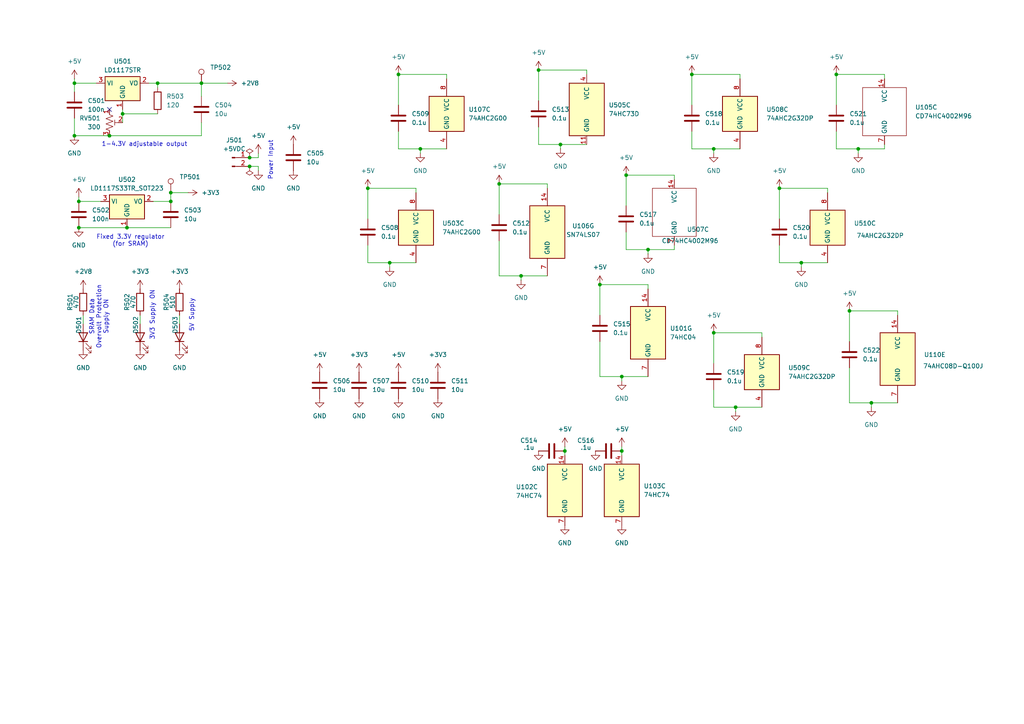
<source format=kicad_sch>
(kicad_sch (version 20250114) (generator "eeschema") (generator_version "9.0")
  (paper "A4")
  (title_block (title "65c02 Homebrew") (rev "Prelim") (company "Joseph R. Freeston") (comment 2 "https://github.com/snorklerjoe/useful6502") (comment 4 "A 65c02-based computer with peripheral i/o offloaded to a PIC16 microcontroller."))
  (lib_symbols
    (symbol "74xGxx:74AHC2G00"
      (property "Reference" "U" (at -2.54 3.81 0))
      (property "Value" "74AHC2G00" (at 0 -3.81 0))
      (symbol "74AHC2G00_1_1"
        (pin input line (at -15.24 2.54 0) (length 7.62) (name "~") (number "1"))
        (pin input line (at -15.24 -2.54 0) (length 7.62) (name "~") (number "2"))
        (pin output inverted (at 12.7 0 180) (length 7.62) (name "~") (number "7"))
      )
      (symbol "74AHC2G00_2_1"
        (pin input line (at -15.24 2.54 0) (length 7.62) (name "~") (number "5"))
        (pin input line (at -15.24 -2.54 0) (length 7.62) (name "~") (number "6"))
        (pin output inverted (at 12.7 0 180) (length 7.62) (name "~") (number "3"))
      )
      (symbol "74AHC2G00_3_1"
        (pin power_in line (at 0 10.16 270) (length 5.08) (name "VCC") (number "8"))
        (pin power_in line (at 0 -10.16 90) (length 5.08) (name "GND") (number "4"))
      )
    )
    (symbol "74xGxx:74LVC2G32"
      (property "Reference" "U" (at -7.62 7.62 0))
      (property "Value" "74LVC2G32" (at -7.62 -7.62 0))
      (symbol "74LVC2G32_1_1"
        (pin input line (at -15.24 2.54 0) (length 7.62) (name "~") (number "1"))
        (pin input line (at -15.24 -2.54 0) (length 7.62) (name "~") (number "2"))
        (pin output line (at 12.7 0 180) (length 7.62) (name "~") (number "7"))
      )
      (symbol "74LVC2G32_2_1"
        (pin input line (at -15.24 2.54 0) (length 7.62) (name "~") (number "5"))
        (pin input line (at -15.24 -2.54 0) (length 7.62) (name "~") (number "6"))
        (pin output line (at 12.7 0 180) (length 7.62) (name "~") (number "3"))
      )
      (symbol "74LVC2G32_3_1"
        (pin power_in line (at 0 10.16 270) (length 5.08) (name "VCC") (number "8"))
        (pin power_in line (at 0 -10.16 90) (length 5.08) (name "GND") (number "4"))
      )
    )
    (symbol "74xx:74HC04"
      (property "Reference" "U" (at 0 1.27 0))
      (property "Value" "74HC04" (at 0 -1.27 0))
      (symbol "74HC04_1_0"
        (pin input line (at -7.62 0 0) (length 3.81) (name "~") (number "1"))
        (pin output inverted (at 7.62 0 180) (length 3.81) (name "~") (number "2"))
      )
      (symbol "74HC04_2_0"
        (pin input line (at -7.62 0 0) (length 3.81) (name "~") (number "3"))
        (pin output inverted (at 7.62 0 180) (length 3.81) (name "~") (number "4"))
      )
      (symbol "74HC04_3_0"
        (pin input line (at -7.62 0 0) (length 3.81) (name "~") (number "5"))
        (pin output inverted (at 7.62 0 180) (length 3.81) (name "~") (number "6"))
      )
      (symbol "74HC04_4_0"
        (pin input line (at -7.62 0 0) (length 3.81) (name "~") (number "9"))
        (pin output inverted (at 7.62 0 180) (length 3.81) (name "~") (number "8"))
      )
      (symbol "74HC04_5_0"
        (pin input line (at -7.62 0 0) (length 3.81) (name "~") (number "11"))
        (pin output inverted (at 7.62 0 180) (length 3.81) (name "~") (number "10"))
      )
      (symbol "74HC04_6_0"
        (pin input line (at -7.62 0 0) (length 3.81) (name "~") (number "13"))
        (pin output inverted (at 7.62 0 180) (length 3.81) (name "~") (number "12"))
      )
      (symbol "74HC04_7_0"
        (pin power_in line (at 0 12.7 270) (length 5.08) (name "VCC") (number "14"))
        (pin power_in line (at 0 -12.7 90) (length 5.08) (name "GND") (number "7"))
      )
    )
    (symbol "74xx:74HC74" (pin_names (offset 1.016))
      (property "Reference" "U" (at -7.62 8.89 0))
      (property "Value" "74HC74" (at -7.62 -8.89 0))
      (symbol "74HC74_1_0"
        (pin input line (at -7.62 2.54 0) (length 2.54) (name "D") (number "2"))
        (pin input clock (at -7.62 0 0) (length 2.54) (name "C") (number "3"))
        (pin input line (at 0 7.62 270) (length 2.54) (name "~{S}") (number "4"))
        (pin input line (at 0 -7.62 90) (length 2.54) (name "~{R}") (number "1"))
        (pin output line (at 7.62 2.54 180) (length 2.54) (name "Q") (number "5"))
        (pin output line (at 7.62 -2.54 180) (length 2.54) (name "~{Q}") (number "6"))
      )
      (symbol "74HC74_2_0"
        (pin input line (at -7.62 2.54 0) (length 2.54) (name "D") (number "12"))
        (pin input clock (at -7.62 0 0) (length 2.54) (name "C") (number "11"))
        (pin input line (at 0 7.62 270) (length 2.54) (name "~{S}") (number "10"))
        (pin input line (at 0 -7.62 90) (length 2.54) (name "~{R}") (number "13"))
        (pin output line (at 7.62 2.54 180) (length 2.54) (name "Q") (number "9"))
        (pin output line (at 7.62 -2.54 180) (length 2.54) (name "~{Q}") (number "8"))
      )
      (symbol "74HC74_3_0"
        (pin power_in line (at 0 10.16 270) (length 2.54) (name "VCC") (number "14"))
        (pin power_in line (at 0 -10.16 90) (length 2.54) (name "GND") (number "7"))
      )
    )
    (symbol "74xx:74LS08" (pin_names (offset 1.016))
      (property "Reference" "U" (at 0 1.27 0))
      (property "Value" "74LS08" (at 0 -1.27 0))
      (symbol "74LS08_1_1"
        (pin input line (at -7.62 2.54 0) (length 3.81) (name "~") (number "1"))
        (pin input line (at -7.62 -2.54 0) (length 3.81) (name "~") (number "2"))
        (pin output line (at 7.62 0 180) (length 3.81) (name "~") (number "3"))
      )
      (symbol "74LS08_1_2"
        (pin input inverted (at -7.62 2.54 0) (length 4.318) (name "~") (number "1"))
        (pin input inverted (at -7.62 -2.54 0) (length 4.318) (name "~") (number "2"))
        (pin output inverted (at 7.62 0 180) (length 3.81) (name "~") (number "3"))
      )
      (symbol "74LS08_2_1"
        (pin input line (at -7.62 2.54 0) (length 3.81) (name "~") (number "4"))
        (pin input line (at -7.62 -2.54 0) (length 3.81) (name "~") (number "5"))
        (pin output line (at 7.62 0 180) (length 3.81) (name "~") (number "6"))
      )
      (symbol "74LS08_2_2"
        (pin input inverted (at -7.62 2.54 0) (length 4.318) (name "~") (number "4"))
        (pin input inverted (at -7.62 -2.54 0) (length 4.318) (name "~") (number "5"))
        (pin output inverted (at 7.62 0 180) (length 3.81) (name "~") (number "6"))
      )
      (symbol "74LS08_3_1"
        (pin input line (at -7.62 2.54 0) (length 3.81) (name "~") (number "9"))
        (pin input line (at -7.62 -2.54 0) (length 3.81) (name "~") (number "10"))
        (pin output line (at 7.62 0 180) (length 3.81) (name "~") (number "8"))
      )
      (symbol "74LS08_3_2"
        (pin input inverted (at -7.62 2.54 0) (length 4.318) (name "~") (number "9"))
        (pin input inverted (at -7.62 -2.54 0) (length 4.318) (name "~") (number "10"))
        (pin output inverted (at 7.62 0 180) (length 3.81) (name "~") (number "8"))
      )
      (symbol "74LS08_4_1"
        (pin input line (at -7.62 2.54 0) (length 3.81) (name "~") (number "12"))
        (pin input line (at -7.62 -2.54 0) (length 3.81) (name "~") (number "13"))
        (pin output line (at 7.62 0 180) (length 3.81) (name "~") (number "11"))
      )
      (symbol "74LS08_4_2"
        (pin input inverted (at -7.62 2.54 0) (length 4.318) (name "~") (number "12"))
        (pin input inverted (at -7.62 -2.54 0) (length 4.318) (name "~") (number "13"))
        (pin output inverted (at 7.62 0 180) (length 3.81) (name "~") (number "11"))
      )
      (symbol "74LS08_5_0"
        (pin power_in line (at 0 12.7 270) (length 5.08) (name "VCC") (number "14"))
        (pin power_in line (at 0 -12.7 90) (length 5.08) (name "GND") (number "7"))
      )
    )
    (symbol "74xx:74LS73" (pin_names (offset 1.016))
      (property "Reference" "U" (at -7.62 8.89 0))
      (property "Value" "74LS73" (at -7.62 -8.89 0))
      (symbol "74LS73_1_0"
        (pin input line (at -7.62 2.54 0) (length 2.54) (name "J") (number "7"))
        (pin input clock (at -7.62 0 0) (length 2.54) (name "C") (number "5"))
        (pin input line (at -7.62 -2.54 0) (length 2.54) (name "K") (number "10"))
        (pin input line (at 0 -7.62 90) (length 2.54) (name "~{R}") (number "6"))
        (pin output line (at 7.62 2.54 180) (length 2.54) (name "Q") (number "9"))
        (pin output line (at 7.62 -2.54 180) (length 2.54) (name "~{Q}") (number "8"))
      )
      (symbol "74LS73_2_0"
        (pin input line (at -7.62 2.54 0) (length 2.54) (name "J") (number "14"))
        (pin input clock (at -7.62 0 0) (length 2.54) (name "C") (number "1"))
        (pin input line (at -7.62 -2.54 0) (length 2.54) (name "K") (number "3"))
        (pin input line (at 0 -7.62 90) (length 2.54) (name "~{R}") (number "2"))
        (pin output line (at 7.62 2.54 180) (length 2.54) (name "Q") (number "12"))
        (pin output line (at 7.62 -2.54 180) (length 2.54) (name "~{Q}") (number "13"))
      )
      (symbol "74LS73_3_0"
        (pin power_in line (at 0 10.16 270) (length 2.54) (name "VCC") (number "4"))
        (pin power_in line (at 0 -10.16 90) (length 2.54) (name "GND") (number "11"))
      )
    )
    (symbol "74xx:SN74LS07" (pin_names (offset 1.016))
      (property "Reference" "U104" (at 0 7.62 0))
      (property "Value" "SN74LS07" (at 0 5.08 0))
      (symbol "SN74LS07_1_0"
        (pin input line (at -7.62 0 0) (length 3.81) (name "~") (number "1"))
        (pin open_collector line (at 7.62 0 180) (length 3.81) (name "~") (number "2"))
      )
      (symbol "SN74LS07_2_0"
        (pin input line (at -7.62 0 0) (length 3.81) (name "~") (number "3"))
        (pin open_collector line (at 7.62 0 180) (length 3.81) (name "~") (number "4"))
      )
      (symbol "SN74LS07_3_0"
        (pin input line (at -7.62 0 0) (length 3.81) (name "~") (number "5"))
        (pin open_collector line (at 7.62 0 180) (length 3.81) (name "~") (number "6"))
      )
      (symbol "SN74LS07_4_0"
        (pin input line (at -7.62 0 0) (length 3.81) (name "~") (number "9"))
        (pin open_collector line (at 7.62 0 180) (length 3.81) (name "~") (number "8"))
      )
      (symbol "SN74LS07_5_0"
        (pin input line (at -7.62 0 0) (length 3.81) (name "~") (number "11"))
        (pin open_collector line (at 7.62 0 180) (length 3.81) (name "~") (number "10"))
      )
      (symbol "SN74LS07_6_0"
        (pin input line (at -7.62 0 0) (length 3.81) (name "~") (number "13"))
        (pin open_collector line (at 7.62 0 180) (length 3.81) (name "~") (number "12"))
      )
      (symbol "SN74LS07_7_0"
        (pin power_in line (at 0 12.7 270) (length 5.08) (name "VCC") (number "14"))
        (pin power_in line (at 0 -12.7 90) (length 5.08) (name "GND") (number "7"))
      )
    )
    (symbol "Connector:Conn_01x02_Pin" (pin_names (offset 1.016) (hide yes))
      (property "Reference" "J" (at 0 2.54 0))
      (property "Value" "Conn_01x02_Pin" (at 0 -5.08 0))
      (symbol "Conn_01x02_Pin_1_1"
        (pin passive line (at 5.08 0 180) (length 3.81) (name "Pin_1") (number "1"))
        (pin passive line (at 5.08 -2.54 180) (length 3.81) (name "Pin_2") (number "2"))
      )
    )
    (symbol "Connector:TestPoint" (pin_numbers (hide yes)) (pin_names (offset 0.762) (hide yes))
      (property "Reference" "TP" (at 0 6.858 0))
      (property "Value" "TestPoint" (at 0 5.08 0))
      (symbol "TestPoint_1_1"
        (pin passive line (at 0 0 90) (length 2.54) (name "1") (number "1"))
      )
    )
    (symbol "Device:C" (pin_numbers (hide yes)) (pin_names (offset 0.254))
      (property "Reference" "C" (at 0.635 2.54 0))
      (property "Value" "C" (at 0.635 -2.54 0))
      (symbol "C_1_1"
        (pin passive line (at 0 3.81 270) (length 2.794) (name "~") (number "1"))
        (pin passive line (at 0 -3.81 90) (length 2.794) (name "~") (number "2"))
      )
    )
    (symbol "Device:LED" (pin_numbers (hide yes)) (pin_names (offset 1.016) (hide yes))
      (property "Reference" "D" (at 0 2.54 0))
      (property "Value" "LED" (at 0 -2.54 0))
      (symbol "LED_1_1"
        (pin passive line (at -3.81 0 0) (length 2.54) (name "K") (number "1"))
        (pin passive line (at 3.81 0 180) (length 2.54) (name "A") (number "2"))
      )
    )
    (symbol "Device:R" (pin_numbers (hide yes)) (pin_names (offset 0))
      (property "Reference" "R" (at 2.032 0 90))
      (property "Value" "R" (at 0 0 90))
      (symbol "R_1_1"
        (pin passive line (at 0 3.81 270) (length 1.27) (name "~") (number "1"))
        (pin passive line (at 0 -3.81 90) (length 1.27) (name "~") (number "2"))
      )
    )
    (symbol "Device:R_Potentiometer_Trim_US" (pin_names (offset 1.016) (hide yes))
      (property "Reference" "RV" (at -4.445 0 90))
      (property "Value" "R_Potentiometer_Trim_US" (at -2.54 0 90))
      (symbol "R_Potentiometer_Trim_US_1_1"
        (pin passive line (at 0 3.81 270) (length 1.27) (name "1") (number "1"))
        (pin passive line (at 0 -3.81 90) (length 1.27) (name "3") (number "3"))
        (pin passive line (at 3.81 0 180) (length 1.27) (name "2") (number "2"))
      )
    )
    (symbol "Regulator_Linear:LD1117S33TR_SOT223"
      (property "Reference" "U" (at -3.81 3.175 0))
      (property "Value" "LD1117S33TR_SOT223" (at 0 3.175 0))
      (symbol "LD1117S33TR_SOT223_1_1"
        (pin power_in line (at -7.62 0 0) (length 2.54) (name "VI") (number "3"))
        (pin power_in line (at 0 -7.62 90) (length 2.54) (name "GND") (number "1"))
        (pin power_out line (at 7.62 0 180) (length 2.54) (name "VO") (number "2"))
      )
    )
    (symbol "custom:_1"
      (property "Reference" "U" (at 7.62 7.62 0))
      (property "Value" "CD74HC4002M96" (at 14.986 9.906 0))
      (symbol "_1_1_1"
        (pin input line (at -6.35 3.81 0) (length 2.54) (name "") (number "2"))
        (pin input line (at -6.35 1.27 0) (length 2.54) (name "") (number "3"))
        (pin input line (at -6.35 -1.27 0) (length 2.54) (name "") (number "4"))
        (pin input line (at -6.35 -3.81 0) (length 2.54) (name "") (number "5"))
        (pin output line (at 13.97 0 180) (length 2.54) (name "") (number "1"))
      )
      (symbol "_1_2_1"
        (pin input line (at -8.89 3.81 0) (length 2.54) (name "") (number "9"))
        (pin input line (at -8.89 1.27 0) (length 2.54) (name "") (number "10"))
        (pin input line (at -8.89 -1.27 0) (length 2.54) (name "") (number "11"))
        (pin input line (at -8.89 -3.81 0) (length 2.54) (name "") (number "12"))
        (pin output line (at 11.43 0 180) (length 2.54) (name "") (number "13"))
      )
      (symbol "_1_3_1"
        (pin power_in line (at 0 8.89 270) (length 2.54) (name "VCC") (number "14"))
        (pin power_in line (at 0 -10.16 90) (length 2.54) (name "GND") (number "7"))
      )
    )
    (symbol "power:+2V8" (power) (pin_numbers (hide yes)) (pin_names (offset 0) (hide yes))
      (property "Value" "+2V8" (at 0 3.556 0))
      (symbol "+2V8_1_1"
        (pin power_in line (at 0 0 90) (length 0) (name "~") (number "1"))
      )
    )
    (symbol "power:+3V3" (power) (pin_numbers (hide yes)) (pin_names (offset 0) (hide yes))
      (property "Value" "+3V3" (at 0 3.556 0))
      (symbol "+3V3_1_1"
        (pin power_in line (at 0 0 90) (length 0) (name "~") (number "1"))
      )
    )
    (symbol "power:+5V" (power) (pin_numbers (hide yes)) (pin_names (offset 0) (hide yes))
      (property "Value" "+5V" (at 0 3.556 0))
      (symbol "+5V_1_1"
        (pin power_in line (at 0 0 90) (length 0) (name "~") (number "1"))
      )
    )
    (symbol "power:GND" (power) (pin_numbers (hide yes)) (pin_names (offset 0) (hide yes))
      (property "Value" "GND" (at 0 -3.81 0))
      (symbol "GND_1_1"
        (pin power_in line (at 0 0 270) (length 0) (name "~") (number "1"))
      )
    )
    (symbol "power:PWR_FLAG" (power) (pin_numbers (hide yes)) (pin_names (offset 0) (hide yes))
      (property "Value" "PWR_FLAG" (at 0 3.81 0))
      (symbol "PWR_FLAG_0_0"
        (pin power_out line (at 0 0 90) (length 0) (name "~") (number "1"))
      )
    )
  )
  (text "Fixed 3.3V regulator\n(for SRAM)" (at 37.846 69.85 0) (effects (font (size 1.27 1.27))))
  (text "1-4.3V adjustable output" (at 41.91 41.91 0) (effects (font (size 1.27 1.27))))
  (text "SRAM Data\nOvervolt Protection\nSupply ON" (at 28.702 91.948 90) (effects (font (size 1.27 1.27))))
  (text "Power Input" (at 78.486 46.482 90) (effects (font (size 1.27 1.27))))
  (text "5V Supply" (at 55.626 91.44 90) (effects (font (size 1.27 1.27))))
  (text "3V3 Supply ON" (at 44.196 91.44 90) (effects (font (size 1.27 1.27))))
  (junction (at 115.57 21.59))
  (junction (at 246.38 90.17))
  (junction (at 35.56 33.02))
  (junction (at 173.99 82.55))
  (junction (at 226.06 54.61))
  (junction (at 200.66 21.59))
  (junction (at 207.01 96.52))
  (junction (at 248.92 43.18))
  (junction (at 180.34 109.22))
  (junction (at 72.39 48.26))
  (junction (at 151.13 80.01))
  (junction (at 45.72 24.13))
  (junction (at 180.34 130.81))
  (junction (at 163.83 130.81))
  (junction (at 106.68 54.61))
  (junction (at 162.56 41.91))
  (junction (at 58.42 24.13))
  (junction (at 113.03 76.2))
  (junction (at 21.59 39.37))
  (junction (at 156.21 20.32))
  (junction (at 252.73 116.84))
  (junction (at 22.86 58.42))
  (junction (at 121.92 43.18))
  (junction (at 242.57 21.59))
  (junction (at 207.01 43.18))
  (junction (at 187.96 72.39))
  (junction (at 31.75 39.37))
  (junction (at 181.61 50.8))
  (junction (at 232.41 76.2))
  (junction (at 49.53 58.42))
  (junction (at 213.36 118.11))
  (junction (at 144.78 53.34))
  (junction (at 22.86 66.04))
  (junction (at 49.53 55.88))
  (junction (at 72.39 45.72))
  (junction (at 21.59 24.13))
  (junction (at 36.83 66.04))
  (no_connect (at 31.75 31.75))
  (wire (pts (xy 72.39 45.72) (xy 74.93 45.72)))
  (wire (pts (xy 260.35 91.44) (xy 260.35 90.17)))
  (wire (pts (xy 220.98 118.11) (xy 213.36 118.11)))
  (wire (pts (xy 180.34 130.81) (xy 180.34 132.08)))
  (wire (pts (xy 260.35 116.84) (xy 252.73 116.84)))
  (wire (pts (xy 181.61 50.8) (xy 181.61 59.69)))
  (wire (pts (xy 226.06 71.12) (xy 226.06 76.2)))
  (wire (pts (xy 129.54 22.86) (xy 129.54 21.59)))
  (wire (pts (xy 232.41 77.47) (xy 232.41 76.2)))
  (wire (pts (xy 200.66 21.59) (xy 214.63 21.59)))
  (wire (pts (xy 113.03 76.2) (xy 106.68 76.2)))
  (wire (pts (xy 156.21 36.83) (xy 156.21 41.91)))
  (wire (pts (xy 170.18 21.59) (xy 170.18 20.32)))
  (wire (pts (xy 58.42 27.94) (xy 58.42 24.13)))
  (wire (pts (xy 43.18 24.13) (xy 45.72 24.13)))
  (wire (pts (xy 207.01 113.03) (xy 207.01 118.11)))
  (wire (pts (xy 158.75 54.61) (xy 158.75 53.34)))
  (wire (pts (xy 170.18 41.91) (xy 162.56 41.91)))
  (wire (pts (xy 113.03 77.47) (xy 113.03 76.2)))
  (wire (pts (xy 36.83 66.04) (xy 49.53 66.04)))
  (wire (pts (xy 45.72 24.13) (xy 58.42 24.13)))
  (wire (pts (xy 195.58 72.39) (xy 187.96 72.39)))
  (wire (pts (xy 162.56 43.18) (xy 162.56 41.91)))
  (wire (pts (xy 187.96 109.22) (xy 180.34 109.22)))
  (wire (pts (xy 144.78 69.85) (xy 144.78 80.01)))
  (wire (pts (xy 144.78 53.34) (xy 158.75 53.34)))
  (wire (pts (xy 213.36 119.38) (xy 213.36 118.11)))
  (wire (pts (xy 151.13 80.01) (xy 144.78 80.01)))
  (wire (pts (xy 40.64 91.44) (xy 40.64 93.98)))
  (wire (pts (xy 252.73 116.84) (xy 246.38 116.84)))
  (wire (pts (xy 252.73 118.11) (xy 252.73 116.84)))
  (wire (pts (xy 214.63 43.18) (xy 207.01 43.18)))
  (wire (pts (xy 180.34 110.49) (xy 180.34 109.22)))
  (wire (pts (xy 226.06 54.61) (xy 226.06 63.5)))
  (wire (pts (xy 240.03 76.2) (xy 232.41 76.2)))
  (wire (pts (xy 163.83 129.54) (xy 163.83 130.81)))
  (wire (pts (xy 22.86 57.15) (xy 22.86 58.42)))
  (wire (pts (xy 120.65 55.88) (xy 120.65 54.61)))
  (wire (pts (xy 49.53 55.88) (xy 54.61 55.88)))
  (wire (pts (xy 74.93 49.53) (xy 74.93 48.26)))
  (wire (pts (xy 115.57 38.1) (xy 115.57 43.18)))
  (wire (pts (xy 181.61 50.8) (xy 195.58 50.8)))
  (wire (pts (xy 232.41 76.2) (xy 226.06 76.2)))
  (wire (pts (xy 242.57 38.1) (xy 242.57 43.18)))
  (wire (pts (xy 21.59 39.37) (xy 21.59 34.29)))
  (wire (pts (xy 35.56 33.02) (xy 45.72 33.02)))
  (wire (pts (xy 173.99 99.06) (xy 173.99 109.22)))
  (wire (pts (xy 106.68 54.61) (xy 120.65 54.61)))
  (wire (pts (xy 35.56 33.02) (xy 35.56 35.56)))
  (wire (pts (xy 21.59 24.13) (xy 21.59 26.67)))
  (wire (pts (xy 44.45 58.42) (xy 49.53 58.42)))
  (wire (pts (xy 21.59 22.86) (xy 21.59 24.13)))
  (wire (pts (xy 195.58 52.07) (xy 195.58 50.8)))
  (wire (pts (xy 74.93 45.72) (xy 74.93 44.45)))
  (wire (pts (xy 213.36 118.11) (xy 207.01 118.11)))
  (wire (pts (xy 58.42 39.37) (xy 58.42 35.56)))
  (wire (pts (xy 200.66 21.59) (xy 200.66 30.48)))
  (wire (pts (xy 21.59 24.13) (xy 27.94 24.13)))
  (wire (pts (xy 31.75 39.37) (xy 58.42 39.37)))
  (wire (pts (xy 248.92 44.45) (xy 248.92 43.18)))
  (wire (pts (xy 207.01 44.45) (xy 207.01 43.18)))
  (wire (pts (xy 207.01 96.52) (xy 207.01 105.41)))
  (wire (pts (xy 162.56 41.91) (xy 156.21 41.91)))
  (wire (pts (xy 187.96 83.82) (xy 187.96 82.55)))
  (wire (pts (xy 120.65 76.2) (xy 113.03 76.2)))
  (wire (pts (xy 242.57 21.59) (xy 256.54 21.59)))
  (wire (pts (xy 181.61 67.31) (xy 181.61 72.39)))
  (wire (pts (xy 121.92 44.45) (xy 121.92 43.18)))
  (wire (pts (xy 22.86 66.04) (xy 36.83 66.04)))
  (wire (pts (xy 144.78 53.34) (xy 144.78 62.23)))
  (wire (pts (xy 115.57 21.59) (xy 129.54 21.59)))
  (wire (pts (xy 22.86 58.42) (xy 29.21 58.42)))
  (wire (pts (xy 180.34 109.22) (xy 173.99 109.22)))
  (wire (pts (xy 49.53 55.88) (xy 49.53 58.42)))
  (wire (pts (xy 74.93 48.26) (xy 72.39 48.26)))
  (wire (pts (xy 226.06 54.61) (xy 240.03 54.61)))
  (wire (pts (xy 256.54 43.18) (xy 248.92 43.18)))
  (wire (pts (xy 240.03 55.88) (xy 240.03 54.61)))
  (wire (pts (xy 106.68 54.61) (xy 106.68 63.5)))
  (wire (pts (xy 248.92 43.18) (xy 242.57 43.18)))
  (wire (pts (xy 45.72 25.4) (xy 45.72 24.13)))
  (wire (pts (xy 106.68 71.12) (xy 106.68 76.2)))
  (wire (pts (xy 246.38 106.68) (xy 246.38 116.84)))
  (wire (pts (xy 256.54 22.86) (xy 256.54 21.59)))
  (wire (pts (xy 214.63 22.86) (xy 214.63 21.59)))
  (wire (pts (xy 173.99 82.55) (xy 187.96 82.55)))
  (wire (pts (xy 158.75 80.01) (xy 151.13 80.01)))
  (wire (pts (xy 187.96 73.66) (xy 187.96 72.39)))
  (wire (pts (xy 52.07 91.44) (xy 52.07 93.98)))
  (wire (pts (xy 58.42 24.13) (xy 66.04 24.13)))
  (wire (pts (xy 151.13 81.28) (xy 151.13 80.01)))
  (wire (pts (xy 156.21 20.32) (xy 170.18 20.32)))
  (wire (pts (xy 115.57 21.59) (xy 115.57 30.48)))
  (wire (pts (xy 242.57 21.59) (xy 242.57 30.48)))
  (wire (pts (xy 180.34 129.54) (xy 180.34 130.81)))
  (wire (pts (xy 35.56 31.75) (xy 35.56 33.02)))
  (wire (pts (xy 121.92 43.18) (xy 115.57 43.18)))
  (wire (pts (xy 200.66 38.1) (xy 200.66 43.18)))
  (wire (pts (xy 207.01 96.52) (xy 220.98 96.52)))
  (wire (pts (xy 21.59 39.37) (xy 31.75 39.37)))
  (wire (pts (xy 156.21 20.32) (xy 156.21 29.21)))
  (wire (pts (xy 220.98 97.79) (xy 220.98 96.52)))
  (wire (pts (xy 129.54 43.18) (xy 121.92 43.18)))
  (wire (pts (xy 163.83 130.81) (xy 163.83 132.08)))
  (wire (pts (xy 187.96 72.39) (xy 181.61 72.39)))
  (wire (pts (xy 24.13 91.44) (xy 24.13 93.98)))
  (wire (pts (xy 207.01 43.18) (xy 200.66 43.18)))
  (wire (pts (xy 246.38 90.17) (xy 246.38 99.06)))
  (wire (pts (xy 256.54 41.91) (xy 256.54 43.18)))
  (wire (pts (xy 173.99 82.55) (xy 173.99 91.44)))
  (wire (pts (xy 246.38 90.17) (xy 260.35 90.17)))
  (wire (pts (xy 195.58 71.12) (xy 195.58 72.39)))
  (symbol (lib_id "power:+5V") (at 74.93 44.45 0) (unit 1)
    (property "Reference" "#PWR0513" (effects (hide yes)))
    (property "Value" "+5V" (at 74.93 39.37 0))
    (property "Description" "Power symbol creates a global label with name \"+5V\"" (effects (hide yes)))
  )
  (symbol (lib_id "Device:C") (at 181.61 63.5 0) (unit 1)
    (property "Reference" "C517" (at 185.42 62.2299 0) (effects (justify left)))
    (property "Value" "0.1u" (at 185.42 64.7699 0) (effects (justify left)))
    (property "Footprint" "Capacitor_SMD:C_0402_1005Metric" (effects (hide yes)))
    (property "Description" "Unpolarized capacitor" (effects (hide yes)))
  )
  (symbol (lib_id "power:GND") (at 22.86 66.04 0) (unit 1)
    (property "Reference" "#PWR0504" (effects (hide yes)))
    (property "Value" "GND" (at 22.86 71.12 0))
    (property "Description" "Power symbol creates a global label with name \"GND\" , ground" (effects (hide yes)))
  )
  (symbol (lib_id "Device:C") (at 115.57 34.29 0) (unit 1)
    (property "Reference" "C509" (at 119.38 33.0199 0) (effects (justify left)))
    (property "Value" "0.1u" (at 119.38 35.5599 0) (effects (justify left)))
    (property "Footprint" "Capacitor_SMD:C_0402_1005Metric" (effects (hide yes)))
    (property "Description" "Unpolarized capacitor" (effects (hide yes)))
  )
  (symbol (lib_id "power:GND") (at 24.13 101.6 0) (unit 1)
    (property "Reference" "#PWR0506" (effects (hide yes)))
    (property "Value" "GND" (at 24.13 106.68 0))
    (property "Description" "Power symbol creates a global label with name \"GND\" , ground" (effects (hide yes)))
  )
  (symbol (lib_id "power:GND") (at 162.56 43.18 0) (unit 1)
    (property "Reference" "#PWR0533" (effects (hide yes)))
    (property "Value" "GND" (at 162.56 48.26 0))
    (property "Description" "Power symbol creates a global label with name \"GND\" , ground" (effects (hide yes)))
  )
  (symbol (lib_id "power:+3V3") (at 52.07 83.82 0) (unit 1)
    (property "Reference" "#PWR0509" (effects (hide yes)))
    (property "Value" "+3V3" (at 52.07 78.74 0))
    (property "Description" "Power symbol creates a global label with name \"+3V3\"" (effects (hide yes)))
  )
  (symbol (lib_id "Device:R") (at 45.72 29.21 0) (unit 1)
    (property "Reference" "R503" (at 48.26 27.9399 0) (effects (justify left)))
    (property "Value" "120" (at 48.26 30.4799 0) (effects (justify left)))
    (property "Footprint" "Resistor_SMD:R_0402_1005Metric" (effects (hide yes)))
    (property "Description" "Resistor" (effects (hide yes)))
  )
  (symbol (lib_id "74xx:74LS08") (at 260.35 104.14 0) (unit 5)
    (property "Reference" "U110" (at 267.97 102.8699 0) (effects (justify left)))
    (property "Value" "74AHC08D-Q100J" (at 267.716 106.172 0) (effects (justify left)))
    (property "Footprint" "Package_SO:SOIC-14_3.9x8.7mm_P1.27mm" (effects (hide yes)))
    (property "Datasheet" "https://assets.nexperia.com/documents/data-sheet/74AHC_AHCT08_Q100.pdf" (effects (hide yes)))
    (property "Description" "Quad And2" (effects (hide yes)))
    (property "t_pd (ns)" "5.9" (effects (hide yes)))
  )
  (symbol (lib_id "power:GND") (at 92.71 115.57 0) (unit 1)
    (property "Reference" "#PWR0518" (effects (hide yes)))
    (property "Value" "GND" (at 92.71 120.65 0))
    (property "Description" "Power symbol creates a global label with name \"GND\" , ground" (effects (hide yes)))
  )
  (symbol (lib_id "74xx:74HC74") (at 163.83 142.24 0) (unit 3)
    (property "Reference" "U102" (at 149.606 141.224 0) (effects (justify left)))
    (property "Value" "74HC74" (at 149.606 143.764 0) (effects (justify left)))
    (property "Footprint" "Package_SO:SOIC-14_3.9x8.7mm_P1.27mm" (effects (hide yes)))
    (property "Datasheet" "74xx/74hc_hct74.pdf" (effects (hide yes)))
    (property "Description" "Dual D Flip-flop, Set & Reset" (effects (hide yes)))
  )
  (symbol (lib_id "Device:C") (at 58.42 31.75 0) (unit 1)
    (property "Reference" "C504" (at 62.23 30.4799 0) (effects (justify left)))
    (property "Value" "10u" (at 62.23 33.0199 0) (effects (justify left)))
    (property "Footprint" "Capacitor_SMD:C_0402_1005Metric" (effects (hide yes)))
    (property "Description" "Unpolarized capacitor" (effects (hide yes)))
  )
  (symbol (lib_id "power:GND") (at 213.36 119.38 0) (unit 1)
    (property "Reference" "#PWR0546" (effects (hide yes)))
    (property "Value" "GND" (at 213.36 124.46 0))
    (property "Description" "Power symbol creates a global label with name \"GND\" , ground" (effects (hide yes)))
  )
  (symbol (lib_id "Device:C") (at 92.71 111.76 0) (unit 1)
    (property "Reference" "C506" (at 96.52 110.4899 0) (effects (justify left)))
    (property "Value" "10u" (at 96.52 113.0299 0) (effects (justify left)))
    (property "Footprint" "Capacitor_SMD:C_0402_1005Metric" (effects (hide yes)))
    (property "Description" "Unpolarized capacitor" (effects (hide yes)))
  )
  (symbol (lib_id "power:+5V") (at 115.57 107.95 0) (unit 1)
    (property "Reference" "#PWR0524" (effects (hide yes)))
    (property "Value" "+5V" (at 115.57 102.87 0))
    (property "Description" "Power symbol creates a global label with name \"+5V\"" (effects (hide yes)))
  )
  (symbol (lib_id "power:+3V3") (at 54.61 55.88 270) (unit 1)
    (property "Reference" "#PWR0511" (effects (hide yes)))
    (property "Value" "+3V3" (at 58.42 55.8799 90) (effects (justify left)))
    (property "Description" "Power symbol creates a global label with name \"+3V3\"" (effects (hide yes)))
  )
  (symbol (lib_id "Device:LED") (at 52.07 97.79 90) (unit 1)
    (property "Reference" "D503" (at 50.8 94.234 0))
    (property "Value" "LED" (effects (hide yes)))
    (property "Footprint" "LED_SMD:LED_0402_1005Metric" (effects (hide yes)))
    (property "Description" "Light emitting diode" (effects (hide yes)))
    (property "Sim.Pins" "1=K 2=A" (effects (hide yes)))
  )
  (symbol (lib_id "power:GND") (at 172.72 130.81 0) (unit 1)
    (property "Reference" "#PWR0536" (effects (hide yes)))
    (property "Value" "GND" (at 172.72 135.89 0))
    (property "Description" "Power symbol creates a global label with name \"GND\" , ground" (effects (hide yes)))
  )
  (symbol (lib_id "power:+5V") (at 92.71 107.95 0) (unit 1)
    (property "Reference" "#PWR0517" (effects (hide yes)))
    (property "Value" "+5V" (at 92.71 102.87 0))
    (property "Description" "Power symbol creates a global label with name \"+5V\"" (effects (hide yes)))
  )
  (symbol (lib_id "power:GND") (at 187.96 73.66 0) (unit 1)
    (property "Reference" "#PWR0542" (effects (hide yes)))
    (property "Value" "GND" (at 187.96 78.74 0))
    (property "Description" "Power symbol creates a global label with name \"GND\" , ground" (effects (hide yes)))
  )
  (symbol (lib_id "Connector:TestPoint") (at 58.42 24.13 0) (unit 1)
    (property "Reference" "TP502" (at 60.96 19.5579 0) (effects (justify left)))
    (property "Value" "TestPoint" (effects (hide yes)))
    (property "Footprint" "TestPoint:TestPoint_Pad_D2.5mm" (effects (hide yes)))
    (property "Description" "test point" (effects (hide yes)))
  )
  (symbol (lib_id "power:+5V") (at 173.99 82.55 0) (unit 1)
    (property "Reference" "#PWR0537" (effects (hide yes)))
    (property "Value" "+5V" (at 173.99 77.47 0))
    (property "Description" "Power symbol creates a global label with name \"+5V\"" (effects (hide yes)))
  )
  (symbol (lib_id "power:PWR_FLAG") (at 72.39 45.72 0) (unit 1)
    (property "Reference" "#FLG0501" (effects (hide yes)))
    (property "Value" "PWR_FLAG" (effects (hide yes)))
    (property "Description" "Special symbol for telling ERC where power comes from" (effects (hide yes)))
  )
  (symbol (lib_id "power:GND") (at 180.34 152.4 0) (unit 1)
    (property "Reference" "#PWR0540" (effects (hide yes)))
    (property "Value" "GND" (at 180.34 157.48 0))
    (property "Description" "Power symbol creates a global label with name \"GND\" , ground" (effects (hide yes)))
  )
  (symbol (lib_id "Device:C") (at 176.53 130.81 270) (unit 1)
    (property "Reference" "C516" (at 169.926 127.762 90))
    (property "Value" ".1u" (at 169.926 129.794 90))
    (property "Footprint" "Capacitor_SMD:C_0402_1005Metric" (effects (hide yes)))
    (property "Description" "Unpolarized capacitor" (effects (hide yes)))
  )
  (symbol (lib_id "power:GND") (at 52.07 101.6 0) (unit 1)
    (property "Reference" "#PWR0510" (effects (hide yes)))
    (property "Value" "GND" (at 52.07 106.68 0))
    (property "Description" "Power symbol creates a global label with name \"GND\" , ground" (effects (hide yes)))
  )
  (symbol (lib_id "Device:C") (at 160.02 130.81 270) (unit 1)
    (property "Reference" "C514" (at 153.416 127.762 90))
    (property "Value" ".1u" (at 153.416 129.794 90))
    (property "Footprint" "Capacitor_SMD:C_0402_1005Metric" (effects (hide yes)))
    (property "Description" "Unpolarized capacitor" (effects (hide yes)))
  )
  (symbol (lib_id "power:+5V") (at 207.01 96.52 0) (unit 1)
    (property "Reference" "#PWR0545" (effects (hide yes)))
    (property "Value" "+5V" (at 207.01 91.44 0))
    (property "Description" "Power symbol creates a global label with name \"+5V\"" (effects (hide yes)))
  )
  (symbol (lib_id "power:+5V") (at 22.86 57.15 0) (unit 1)
    (property "Reference" "#PWR0503" (effects (hide yes)))
    (property "Value" "+5V" (at 22.86 52.07 0))
    (property "Description" "Power symbol creates a global label with name \"+5V\"" (effects (hide yes)))
  )
  (symbol (lib_id "74xx:74LS73") (at 170.18 31.75 0) (unit 3)
    (property "Reference" "U505" (at 176.53 30.4799 0) (effects (justify left)))
    (property "Value" "74HC73D" (at 176.53 33.0199 0) (effects (justify left)))
    (property "Footprint" "Package_SO:SOIC-14_3.9x8.7mm_P1.27mm" (effects (hide yes)))
    (property "Datasheet" "https://assets.nexperia.com/documents/data-sheet/74HC73.pdf" (effects (hide yes)))
    (property "Description" "Dual JK Flip-Flop, reset" (effects (hide yes)))
    (property "t_pd (ns)" "clk-q: 30; setup: 16; hold: 3" (effects (hide yes)))
  )
  (symbol (lib_id "custom:_1") (at 256.54 31.75 0) (unit 3)
    (property "Reference" "U105" (at 265.43 31.1149 0) (effects (justify left)))
    (property "Value" "CD74HC4002M96" (at 265.43 33.6549 0) (effects (justify left)))
    (property "Footprint" "Package_SO:SOIC-14_3.9x8.7mm_P1.27mm" (effects (hide yes)))
    (property "Datasheet" "https://www.ti.com/lit/ds/symlink/cd54hc4002.pdf" (effects (hide yes)))
    (property "t_pd (ns)" "8" (effects (hide yes)))
  )
  (symbol (lib_id "power:+5V") (at 21.59 22.86 0) (unit 1)
    (property "Reference" "#PWR0501" (effects (hide yes)))
    (property "Value" "+5V" (at 21.59 17.78 0))
    (property "Description" "Power symbol creates a global label with name \"+5V\"" (effects (hide yes)))
  )
  (symbol (lib_id "Device:C") (at 246.38 102.87 0) (unit 1)
    (property "Reference" "C522" (at 250.19 101.5999 0) (effects (justify left)))
    (property "Value" "0.1u" (at 250.19 104.1399 0) (effects (justify left)))
    (property "Footprint" "Capacitor_SMD:C_0402_1005Metric" (effects (hide yes)))
    (property "Description" "Unpolarized capacitor" (effects (hide yes)))
  )
  (symbol (lib_id "power:GND") (at 21.59 39.37 0) (unit 1)
    (property "Reference" "#PWR0502" (effects (hide yes)))
    (property "Value" "GND" (at 21.59 44.45 0))
    (property "Description" "Power symbol creates a global label with name \"GND\" , ground" (effects (hide yes)))
  )
  (symbol (lib_id "power:GND") (at 207.01 44.45 0) (unit 1)
    (property "Reference" "#PWR0544" (effects (hide yes)))
    (property "Value" "GND" (at 207.01 49.53 0))
    (property "Description" "Power symbol creates a global label with name \"GND\" , ground" (effects (hide yes)))
  )
  (symbol (lib_id "power:+5V") (at 200.66 21.59 0) (unit 1)
    (property "Reference" "#PWR0543" (effects (hide yes)))
    (property "Value" "+5V" (at 200.66 16.51 0))
    (property "Description" "Power symbol creates a global label with name \"+5V\"" (effects (hide yes)))
  )
  (symbol (lib_id "custom:_1") (at 195.58 60.96 0) (unit 3)
    (property "Reference" "U507" (at 202.438 66.548 0))
    (property "Value" "CD74HC4002M96" (at 200.152 69.85 0))
    (property "Footprint" "Package_SO:SOIC-14_3.9x8.7mm_P1.27mm" (effects (hide yes)))
    (property "Datasheet" "https://www.ti.com/lit/ds/symlink/cd54hc4002.pdf" (effects (hide yes)))
    (property "t_pd (ns)" "8" (effects (hide yes)))
  )
  (symbol (lib_id "Device:C") (at 226.06 67.31 0) (unit 1)
    (property "Reference" "C520" (at 229.87 66.0399 0) (effects (justify left)))
    (property "Value" "0.1u" (at 229.87 68.5799 0) (effects (justify left)))
    (property "Footprint" "Capacitor_SMD:C_0402_1005Metric" (effects (hide yes)))
    (property "Description" "Unpolarized capacitor" (effects (hide yes)))
  )
  (symbol (lib_id "Device:R") (at 24.13 87.63 0) (unit 1)
    (property "Reference" "R501" (at 20.32 87.63 90))
    (property "Value" "470" (at 22.098 87.63 90))
    (property "Footprint" "Resistor_SMD:R_0402_1005Metric" (effects (hide yes)))
    (property "Description" "Resistor" (effects (hide yes)))
  )
  (symbol (lib_id "power:+5V") (at 180.34 129.54 0) (unit 1)
    (property "Reference" "#PWR0539" (effects (hide yes)))
    (property "Value" "+5V" (at 180.34 124.46 0))
    (property "Description" "Power symbol creates a global label with name \"+5V\"" (effects (hide yes)))
  )
  (symbol (lib_id "power:GND") (at 40.64 101.6 0) (unit 1)
    (property "Reference" "#PWR0508" (effects (hide yes)))
    (property "Value" "GND" (at 40.64 106.68 0))
    (property "Description" "Power symbol creates a global label with name \"GND\" , ground" (effects (hide yes)))
  )
  (symbol (lib_id "Device:C") (at 127 111.76 0) (unit 1)
    (property "Reference" "C511" (at 130.81 110.4899 0) (effects (justify left)))
    (property "Value" "10u" (at 130.81 113.0299 0) (effects (justify left)))
    (property "Footprint" "Capacitor_SMD:C_0402_1005Metric" (effects (hide yes)))
    (property "Description" "Unpolarized capacitor" (effects (hide yes)))
  )
  (symbol (lib_id "power:+5V") (at 144.78 53.34 0) (unit 1)
    (property "Reference" "#PWR0529" (effects (hide yes)))
    (property "Value" "+5V" (at 144.78 48.26 0))
    (property "Description" "Power symbol creates a global label with name \"+5V\"" (effects (hide yes)))
  )
  (symbol (lib_id "power:PWR_FLAG") (at 72.39 48.26 180) (unit 1)
    (property "Reference" "#FLG0502" (effects (hide yes)))
    (property "Value" "PWR_FLAG" (effects (hide yes)))
    (property "Description" "Special symbol for telling ERC where power comes from" (effects (hide yes)))
  )
  (symbol (lib_id "Device:C") (at 21.59 30.48 0) (unit 1)
    (property "Reference" "C501" (at 25.4 29.2099 0) (effects (justify left)))
    (property "Value" "100n" (at 25.4 31.7499 0) (effects (justify left)))
    (property "Footprint" "Capacitor_SMD:C_0402_1005Metric" (effects (hide yes)))
    (property "Description" "Unpolarized capacitor" (effects (hide yes)))
  )
  (symbol (lib_id "power:+5V") (at 156.21 20.32 0) (unit 1)
    (property "Reference" "#PWR0531" (effects (hide yes)))
    (property "Value" "+5V" (at 156.21 15.24 0))
    (property "Description" "Power symbol creates a global label with name \"+5V\"" (effects (hide yes)))
  )
  (symbol (lib_id "74xGxx:74LVC2G32") (at 214.63 33.02 0) (unit 3)
    (property "Reference" "U508" (at 222.25 31.7499 0) (effects (justify left)))
    (property "Value" "74AHC2G32DP" (at 222.25 34.2899 0) (effects (justify left)))
    (property "Footprint" "Package_SO:TSSOP-8_3x3mm_P0.65mm" (effects (hide yes)))
    (property "Datasheet" "https://assets.nexperia.com/documents/data-sheet/74AHC_AHCT2G32.pdf" (effects (hide yes)))
    (property "Description" "Dual OR Gate, Low-Voltage CMOS" (effects (hide yes)))
    (property "t_pd (ns)" "6.9" (effects (hide yes)))
  )
  (symbol (lib_id "Regulator_Linear:LD1117S33TR_SOT223") (at 35.56 24.13 0) (unit 1)
    (property "Reference" "U501" (at 35.56 17.78 0))
    (property "Value" "LD1117STR" (at 35.56 20.32 0))
    (property "Footprint" "Package_TO_SOT_SMD:SOT-223-3_TabPin2" (effects (hide yes)))
    (property "Datasheet" "http://www.st.com/st-web-ui/static/active/en/resource/technical/document/datasheet/CD00000544.pdf" (effects (hide yes)))
    (property "Description" "800mA Fixed Low Drop Positive Voltage Regulator, Adjustable Output 1.25-15V, SOT-223" (effects (hide yes)))
  )
  (symbol (lib_id "power:GND") (at 113.03 77.47 0) (unit 1)
    (property "Reference" "#PWR0522" (effects (hide yes)))
    (property "Value" "GND" (at 113.03 82.55 0))
    (property "Description" "Power symbol creates a global label with name \"GND\" , ground" (effects (hide yes)))
  )
  (symbol (lib_id "Device:LED") (at 40.64 97.79 90) (unit 1)
    (property "Reference" "D502" (at 39.37 94.234 0))
    (property "Value" "LED" (effects (hide yes)))
    (property "Footprint" "LED_SMD:LED_0402_1005Metric" (effects (hide yes)))
    (property "Description" "Light emitting diode" (effects (hide yes)))
    (property "Sim.Pins" "1=K 2=A" (effects (hide yes)))
  )
  (symbol (lib_id "Regulator_Linear:LD1117S33TR_SOT223") (at 36.83 58.42 0) (unit 1)
    (property "Reference" "U502" (at 36.83 52.07 0))
    (property "Value" "LD1117S33TR_SOT223" (at 36.83 54.61 0))
    (property "Footprint" "Package_TO_SOT_SMD:SOT-223-3_TabPin2" (effects (hide yes)))
    (property "Datasheet" "http://www.st.com/st-web-ui/static/active/en/resource/technical/document/datasheet/CD00000544.pdf" (effects (hide yes)))
    (property "Description" "800mA Fixed Low Drop Positive Voltage Regulator, Fixed Output 3.3V, SOT-223" (effects (hide yes)))
  )
  (symbol (lib_id "Device:C") (at 173.99 95.25 0) (unit 1)
    (property "Reference" "C515" (at 177.8 93.9799 0) (effects (justify left)))
    (property "Value" "0.1u" (at 177.8 96.5199 0) (effects (justify left)))
    (property "Footprint" "Capacitor_SMD:C_0402_1005Metric" (effects (hide yes)))
    (property "Description" "Unpolarized capacitor" (effects (hide yes)))
  )
  (symbol (lib_id "power:+5V") (at 106.68 54.61 0) (unit 1)
    (property "Reference" "#PWR0521" (effects (hide yes)))
    (property "Value" "+5V" (at 106.68 49.53 0))
    (property "Description" "Power symbol creates a global label with name \"+5V\"" (effects (hide yes)))
  )
  (symbol (lib_id "power:GND") (at 104.14 115.57 0) (unit 1)
    (property "Reference" "#PWR0520" (effects (hide yes)))
    (property "Value" "GND" (at 104.14 120.65 0))
    (property "Description" "Power symbol creates a global label with name \"GND\" , ground" (effects (hide yes)))
  )
  (symbol (lib_id "power:+5V") (at 242.57 21.59 0) (unit 1)
    (property "Reference" "#PWR0549" (effects (hide yes)))
    (property "Value" "+5V" (at 242.57 16.51 0))
    (property "Description" "Power symbol creates a global label with name \"+5V\"" (effects (hide yes)))
  )
  (symbol (lib_id "power:+5V") (at 115.57 21.59 0) (unit 1)
    (property "Reference" "#PWR0523" (effects (hide yes)))
    (property "Value" "+5V" (at 115.57 16.51 0))
    (property "Description" "Power symbol creates a global label with name \"+5V\"" (effects (hide yes)))
  )
  (symbol (lib_id "power:GND") (at 85.09 49.53 0) (unit 1)
    (property "Reference" "#PWR0516" (effects (hide yes)))
    (property "Value" "GND" (at 85.09 54.61 0))
    (property "Description" "Power symbol creates a global label with name \"GND\" , ground" (effects (hide yes)))
  )
  (symbol (lib_id "74xGxx:74LVC2G32") (at 240.03 66.04 0) (unit 3)
    (property "Reference" "U510" (at 247.65 64.7699 0) (effects (justify left)))
    (property "Value" "74AHC2G32DP" (at 248.412 68.326 0) (effects (justify left)))
    (property "Footprint" "Package_SO:TSSOP-8_3x3mm_P0.65mm" (effects (hide yes)))
    (property "Datasheet" "https://assets.nexperia.com/documents/data-sheet/74AHC_AHCT2G32.pdf" (effects (hide yes)))
    (property "Description" "Dual OR Gate, Low-Voltage CMOS" (effects (hide yes)))
    (property "t_pd (ns)" "6.9" (effects (hide yes)))
  )
  (symbol (lib_id "74xGxx:74AHC2G00") (at 129.54 33.02 0) (unit 3)
    (property "Reference" "U107" (at 135.89 31.7499 0) (effects (justify left)))
    (property "Value" "74AHC2G00" (at 135.89 34.2899 0) (effects (justify left)))
    (property "Footprint" "Package_SO:TSSOP-8_3x3mm_P0.65mm" (effects (hide yes)))
    (property "Datasheet" "https://assets.nexperia.com/documents/data-sheet/74AHC_AHCT2G00.pdf" (effects (hide yes)))
    (property "Description" "Dual NAND Gate, High-speed Si-gate CMOS" (effects (hide yes)))
  )
  (symbol (lib_id "power:GND") (at 163.83 152.4 0) (unit 1)
    (property "Reference" "#PWR0535" (effects (hide yes)))
    (property "Value" "GND" (at 163.83 157.48 0))
    (property "Description" "Power symbol creates a global label with name \"GND\" , ground" (effects (hide yes)))
  )
  (symbol (lib_id "power:GND") (at 115.57 115.57 0) (unit 1)
    (property "Reference" "#PWR0525" (effects (hide yes)))
    (property "Value" "GND" (at 115.57 120.65 0))
    (property "Description" "Power symbol creates a global label with name \"GND\" , ground" (effects (hide yes)))
  )
  (symbol (lib_id "Device:C") (at 242.57 34.29 0) (unit 1)
    (property "Reference" "C521" (at 246.38 33.0199 0) (effects (justify left)))
    (property "Value" "0.1u" (at 246.38 35.5599 0) (effects (justify left)))
    (property "Footprint" "Capacitor_SMD:C_0402_1005Metric" (effects (hide yes)))
    (property "Description" "Unpolarized capacitor" (effects (hide yes)))
  )
  (symbol (lib_id "power:GND") (at 252.73 118.11 0) (unit 1)
    (property "Reference" "#PWR0552" (effects (hide yes)))
    (property "Value" "GND" (at 252.73 123.19 0))
    (property "Description" "Power symbol creates a global label with name \"GND\" , ground" (effects (hide yes)))
  )
  (symbol (lib_id "Device:R") (at 40.64 87.63 0) (unit 1)
    (property "Reference" "R502" (at 36.83 87.63 90))
    (property "Value" "470" (at 38.608 87.63 90))
    (property "Footprint" "Resistor_SMD:R_0402_1005Metric" (effects (hide yes)))
    (property "Description" "Resistor" (effects (hide yes)))
  )
  (symbol (lib_id "Device:C") (at 115.57 111.76 0) (unit 1)
    (property "Reference" "C510" (at 119.38 110.4899 0) (effects (justify left)))
    (property "Value" "10u" (at 119.38 113.0299 0) (effects (justify left)))
    (property "Footprint" "Capacitor_SMD:C_0402_1005Metric" (effects (hide yes)))
    (property "Description" "Unpolarized capacitor" (effects (hide yes)))
  )
  (symbol (lib_id "power:GND") (at 248.92 44.45 0) (unit 1)
    (property "Reference" "#PWR0551" (effects (hide yes)))
    (property "Value" "GND" (at 248.92 49.53 0))
    (property "Description" "Power symbol creates a global label with name \"GND\" , ground" (effects (hide yes)))
  )
  (symbol (lib_id "Device:C") (at 49.53 62.23 0) (unit 1)
    (property "Reference" "C503" (at 53.34 60.9599 0) (effects (justify left)))
    (property "Value" "10u" (at 53.34 63.4999 0) (effects (justify left)))
    (property "Footprint" "Capacitor_SMD:C_0402_1005Metric" (effects (hide yes)))
    (property "Description" "Unpolarized capacitor" (effects (hide yes)))
  )
  (symbol (lib_id "power:+2V8") (at 66.04 24.13 270) (unit 1)
    (property "Reference" "#PWR0512" (effects (hide yes)))
    (property "Value" "+2V8" (at 69.85 24.1299 90) (effects (justify left)))
    (property "Description" "Power symbol creates a global label with name \"+2V8\"" (effects (hide yes)))
  )
  (symbol (lib_id "Device:C") (at 144.78 66.04 0) (unit 1)
    (property "Reference" "C512" (at 148.59 64.7699 0) (effects (justify left)))
    (property "Value" "0.1u" (at 148.59 67.3099 0) (effects (justify left)))
    (property "Footprint" "Capacitor_SMD:C_0402_1005Metric" (effects (hide yes)))
    (property "Description" "Unpolarized capacitor" (effects (hide yes)))
  )
  (symbol (lib_id "power:+3V3") (at 40.64 83.82 0) (unit 1)
    (property "Reference" "#PWR0507" (effects (hide yes)))
    (property "Value" "+3V3" (at 40.64 78.74 0))
    (property "Description" "Power symbol creates a global label with name \"+3V3\"" (effects (hide yes)))
  )
  (symbol (lib_id "Device:R_Potentiometer_Trim_US") (at 31.75 35.56 0) (unit 1)
    (property "Reference" "RV501" (at 29.21 34.2899 0) (effects (justify right)))
    (property "Value" "300" (at 29.21 36.8299 0) (effects (justify right)))
    (property "Description" "Trim-potentiometer, US symbol" (effects (hide yes)))
  )
  (symbol (lib_id "Device:C") (at 207.01 109.22 0) (unit 1)
    (property "Reference" "C519" (at 210.82 107.9499 0) (effects (justify left)))
    (property "Value" "0.1u" (at 210.82 110.4899 0) (effects (justify left)))
    (property "Footprint" "Capacitor_SMD:C_0402_1005Metric" (effects (hide yes)))
    (property "Description" "Unpolarized capacitor" (effects (hide yes)))
  )
  (symbol (lib_id "power:+3V3") (at 127 107.95 0) (unit 1)
    (property "Reference" "#PWR0527" (effects (hide yes)))
    (property "Value" "+3V3" (at 127 102.87 0))
    (property "Description" "Power symbol creates a global label with name \"+3V3\"" (effects (hide yes)))
  )
  (symbol (lib_id "Device:C") (at 104.14 111.76 0) (unit 1)
    (property "Reference" "C507" (at 107.95 110.4899 0) (effects (justify left)))
    (property "Value" "10u" (at 107.95 113.0299 0) (effects (justify left)))
    (property "Footprint" "Capacitor_SMD:C_0402_1005Metric" (effects (hide yes)))
    (property "Description" "Unpolarized capacitor" (effects (hide yes)))
  )
  (symbol (lib_id "Device:C") (at 85.09 45.72 0) (unit 1)
    (property "Reference" "C505" (at 88.9 44.4499 0) (effects (justify left)))
    (property "Value" "10u" (at 88.9 46.9899 0) (effects (justify left)))
    (property "Footprint" "Capacitor_SMD:C_0402_1005Metric" (effects (hide yes)))
    (property "Description" "Unpolarized capacitor" (effects (hide yes)))
  )
  (symbol (lib_id "power:GND") (at 151.13 81.28 0) (unit 1)
    (property "Reference" "#PWR0530" (effects (hide yes)))
    (property "Value" "GND" (at 151.13 86.36 0))
    (property "Description" "Power symbol creates a global label with name \"GND\" , ground" (effects (hide yes)))
  )
  (symbol (lib_id "74xGxx:74AHC2G00") (at 120.65 66.04 0) (unit 3)
    (property "Reference" "U503" (at 128.27 64.7699 0) (effects (justify left)))
    (property "Value" "74AHC2G00" (at 128.27 67.3099 0) (effects (justify left)))
    (property "Footprint" "Package_SO:TSSOP-8_3x3mm_P0.65mm" (effects (hide yes)))
    (property "Datasheet" "https://assets.nexperia.com/documents/data-sheet/74AHC_AHCT2G00.pdf" (effects (hide yes)))
    (property "Description" "Dual NAND Gate, High-speed Si-gate CMOS" (effects (hide yes)))
  )
  (symbol (lib_id "power:+5V") (at 246.38 90.17 0) (unit 1)
    (property "Reference" "#PWR0550" (effects (hide yes)))
    (property "Value" "+5V" (at 246.38 85.09 0))
    (property "Description" "Power symbol creates a global label with name \"+5V\"" (effects (hide yes)))
  )
  (symbol (lib_id "power:GND") (at 180.34 110.49 0) (unit 1)
    (property "Reference" "#PWR0538" (effects (hide yes)))
    (property "Value" "GND" (at 180.34 115.57 0))
    (property "Description" "Power symbol creates a global label with name \"GND\" , ground" (effects (hide yes)))
  )
  (symbol (lib_id "power:GND") (at 232.41 77.47 0) (unit 1)
    (property "Reference" "#PWR0548" (effects (hide yes)))
    (property "Value" "GND" (at 232.41 82.55 0))
    (property "Description" "Power symbol creates a global label with name \"GND\" , ground" (effects (hide yes)))
  )
  (symbol (lib_id "Device:C") (at 200.66 34.29 0) (unit 1)
    (property "Reference" "C518" (at 204.47 33.0199 0) (effects (justify left)))
    (property "Value" "0.1u" (at 204.47 35.5599 0) (effects (justify left)))
    (property "Footprint" "Capacitor_SMD:C_0402_1005Metric" (effects (hide yes)))
    (property "Description" "Unpolarized capacitor" (effects (hide yes)))
  )
  (symbol (lib_id "power:GND") (at 156.21 130.81 0) (unit 1)
    (property "Reference" "#PWR0532" (effects (hide yes)))
    (property "Value" "GND" (at 156.21 135.89 0))
    (property "Description" "Power symbol creates a global label with name \"GND\" , ground" (effects (hide yes)))
  )
  (symbol (lib_id "power:+5V") (at 226.06 54.61 0) (unit 1)
    (property "Reference" "#PWR0547" (effects (hide yes)))
    (property "Value" "+5V" (at 226.06 49.53 0))
    (property "Description" "Power symbol creates a global label with name \"+5V\"" (effects (hide yes)))
  )
  (symbol (lib_id "power:GND") (at 121.92 44.45 0) (unit 1)
    (property "Reference" "#PWR0526" (effects (hide yes)))
    (property "Value" "GND" (at 121.92 49.53 0))
    (property "Description" "Power symbol creates a global label with name \"GND\" , ground" (effects (hide yes)))
  )
  (symbol (lib_id "Device:LED") (at 24.13 97.79 90) (unit 1)
    (property "Reference" "D501" (at 22.86 94.234 0))
    (property "Value" "LED" (effects (hide yes)))
    (property "Footprint" "LED_SMD:LED_0402_1005Metric" (effects (hide yes)))
    (property "Description" "Light emitting diode" (effects (hide yes)))
    (property "Sim.Pins" "1=K 2=A" (effects (hide yes)))
  )
  (symbol (lib_id "74xx:74HC74") (at 180.34 142.24 0) (unit 3)
    (property "Reference" "U103" (at 186.69 140.9699 0) (effects (justify left)))
    (property "Value" "74HC74" (at 186.69 143.5099 0) (effects (justify left)))
    (property "Footprint" "Package_SO:SOIC-14_3.9x8.7mm_P1.27mm" (effects (hide yes)))
    (property "Datasheet" "74xx/74hc_hct74.pdf" (effects (hide yes)))
    (property "Description" "Dual D Flip-flop, Set & Reset" (effects (hide yes)))
  )
  (symbol (lib_id "power:+2V8") (at 24.13 83.82 0) (unit 1)
    (property "Reference" "#PWR0505" (effects (hide yes)))
    (property "Value" "+2V8" (at 24.13 78.74 0))
    (property "Description" "Power symbol creates a global label with name \"+2V8\"" (effects (hide yes)))
  )
  (symbol (lib_id "power:GND") (at 127 115.57 0) (unit 1)
    (property "Reference" "#PWR0528" (effects (hide yes)))
    (property "Value" "GND" (at 127 120.65 0))
    (property "Description" "Power symbol creates a global label with name \"GND\" , ground" (effects (hide yes)))
  )
  (symbol (lib_id "74xGxx:74LVC2G32") (at 220.98 107.95 0) (unit 3)
    (property "Reference" "U509" (at 228.6 106.6799 0) (effects (justify left)))
    (property "Value" "74AHC2G32DP" (at 228.6 109.2199 0) (effects (justify left)))
    (property "Footprint" "Package_SO:TSSOP-8_3x3mm_P0.65mm" (effects (hide yes)))
    (property "Datasheet" "https://assets.nexperia.com/documents/data-sheet/74AHC_AHCT2G32.pdf" (effects (hide yes)))
    (property "Description" "Dual OR Gate, Low-Voltage CMOS" (effects (hide yes)))
    (property "t_pd (ns)" "6.9" (effects (hide yes)))
  )
  (symbol (lib_id "Device:C") (at 156.21 33.02 0) (unit 1)
    (property "Reference" "C513" (at 160.02 31.7499 0) (effects (justify left)))
    (property "Value" "0.1u" (at 160.02 34.2899 0) (effects (justify left)))
    (property "Footprint" "Capacitor_SMD:C_0402_1005Metric" (effects (hide yes)))
    (property "Description" "Unpolarized capacitor" (effects (hide yes)))
  )
  (symbol (lib_id "Connector:Conn_01x02_Pin") (at 67.31 45.72 0) (unit 1)
    (property "Reference" "J501" (at 67.945 40.64 0))
    (property "Value" "+5VDC" (at 67.945 43.18 0))
    (property "Description" "Generic connector, single row, 01x02, script generated" (effects (hide yes)))
  )
  (symbol (lib_id "power:+5V") (at 85.09 41.91 0) (unit 1)
    (property "Reference" "#PWR0515" (effects (hide yes)))
    (property "Value" "+5V" (at 85.09 36.83 0))
    (property "Description" "Power symbol creates a global label with name \"+5V\"" (effects (hide yes)))
  )
  (symbol (lib_id "74xx:SN74LS07") (at 158.75 67.31 0) (unit 7)
    (property "Reference" "U106" (at 169.164 65.532 0))
    (property "Value" "SN74LS07" (at 169.164 68.072 0))
    (property "Footprint" "Package_SO:SOIC-14_3.9x8.7mm_P1.27mm" (effects (hide yes)))
    (property "Datasheet" "https://www.ti.com/lit/ds/symlink/sn74ls07.pdf" (effects (hide yes)))
    (property "Description" "Hex Buffers and Drivers With Open Collector High Voltage Outputs" (effects (hide yes)))
    (property "t_pd (ns)" "30" (effects (hide yes)))
  )
  (symbol (lib_id "Device:R") (at 52.07 87.63 0) (unit 1)
    (property "Reference" "R504" (at 48.26 87.63 90))
    (property "Value" "510" (at 50.038 87.63 90))
    (property "Footprint" "Resistor_SMD:R_0402_1005Metric" (effects (hide yes)))
    (property "Description" "Resistor" (effects (hide yes)))
  )
  (symbol (lib_id "74xx:74HC04") (at 187.96 96.52 0) (unit 7)
    (property "Reference" "U101" (at 194.31 95.2499 0) (effects (justify left)))
    (property "Value" "74HC04" (at 194.31 97.7899 0) (effects (justify left)))
    (property "Footprint" "Package_SO:SOIC-14_3.9x8.7mm_P1.27mm" (effects (hide yes)))
    (property "Datasheet" "https://www.ti.com/lit/gpn/sn74hc04" (effects (hide yes)))
    (property "Description" "Hex Inverter" (effects (hide yes)))
    (property "t_pd (ns)" "19" (effects (hide yes)))
  )
  (symbol (lib_id "power:+5V") (at 181.61 50.8 0) (unit 1)
    (property "Reference" "#PWR0541" (effects (hide yes)))
    (property "Value" "+5V" (at 181.61 45.72 0))
    (property "Description" "Power symbol creates a global label with name \"+5V\"" (effects (hide yes)))
  )
  (symbol (lib_id "power:+3V3") (at 104.14 107.95 0) (unit 1)
    (property "Reference" "#PWR0519" (effects (hide yes)))
    (property "Value" "+3V3" (at 104.14 102.87 0))
    (property "Description" "Power symbol creates a global label with name \"+3V3\"" (effects (hide yes)))
  )
  (symbol (lib_id "Connector:TestPoint") (at 49.53 55.88 0) (unit 1)
    (property "Reference" "TP501" (at 52.07 51.3079 0) (effects (justify left)))
    (property "Value" "TestPoint" (effects (hide yes)))
    (property "Footprint" "TestPoint:TestPoint_Pad_D2.5mm" (effects (hide yes)))
    (property "Description" "test point" (effects (hide yes)))
  )
  (symbol (lib_id "Device:C") (at 22.86 62.23 0) (unit 1)
    (property "Reference" "C502" (at 26.67 60.9599 0) (effects (justify left)))
    (property "Value" "100n" (at 26.67 63.4999 0) (effects (justify left)))
    (property "Footprint" "Capacitor_SMD:C_0402_1005Metric" (effects (hide yes)))
    (property "Description" "Unpolarized capacitor" (effects (hide yes)))
  )
  (symbol (lib_id "power:GND") (at 74.93 49.53 0) (unit 1)
    (property "Reference" "#PWR0514" (effects (hide yes)))
    (property "Value" "GND" (at 74.93 54.61 0))
    (property "Description" "Power symbol creates a global label with name \"GND\" , ground" (effects (hide yes)))
  )
  (symbol (lib_id "power:+5V") (at 163.83 129.54 0) (unit 1)
    (property "Reference" "#PWR0534" (effects (hide yes)))
    (property "Value" "+5V" (at 163.83 124.46 0))
    (property "Description" "Power symbol creates a global label with name \"+5V\"" (effects (hide yes)))
  )
  (symbol (lib_id "Device:C") (at 106.68 67.31 0) (unit 1)
    (property "Reference" "C508" (at 110.49 66.0399 0) (effects (justify left)))
    (property "Value" "0.1u" (at 110.49 68.5799 0) (effects (justify left)))
    (property "Footprint" "Capacitor_SMD:C_0402_1005Metric" (effects (hide yes)))
    (property "Description" "Unpolarized capacitor" (effects (hide yes)))
  )
)
</source>
